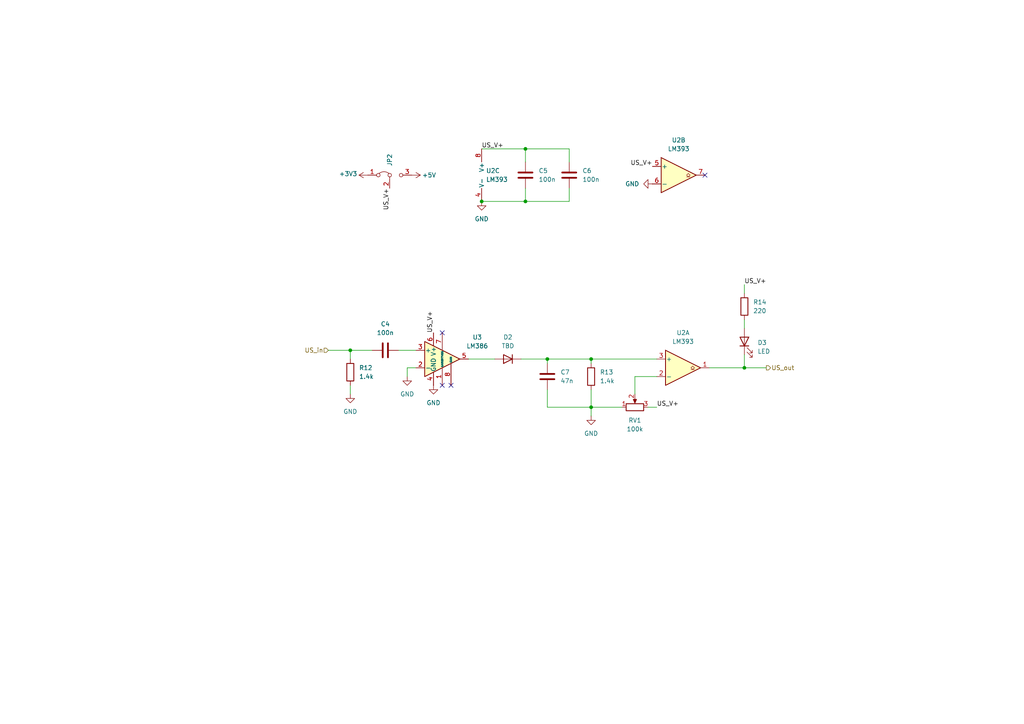
<source format=kicad_sch>
(kicad_sch (version 20231120) (generator "eeschema") (generator_version "8.0")
  (paper "A4")
  (title_block (date "2024-05-30") (company "Group 27"))
  (lib_symbols
    (symbol "Amplifier_Audio:LM386" (pin_names (offset 0.127))
      (property "Reference" "U" (at 1.27 7.62 0))
      (property "Value" "LM386" (at 1.27 5.08 0))
      (symbol "LM386_0_1"
        (polyline (pts (xy 5.08 0) (xy -5.08 5.08) (xy -5.08 -5.08) (xy 5.08 0)) (stroke (width 0.254)) (fill (type background)))
      )
      (symbol "LM386_1_1"
        (pin input line (at 0 -7.62 90) (length 5.08) (name "GAIN") (number "1"))
        (pin input line (at -7.62 -2.54 0) (length 2.54) (name "-") (number "2"))
        (pin input line (at -7.62 2.54 0) (length 2.54) (name "+") (number "3"))
        (pin power_in line (at -2.54 -7.62 90) (length 3.81) (name "GND") (number "4"))
        (pin output line (at 7.62 0 180) (length 2.54) (name "~") (number "5"))
        (pin power_in line (at -2.54 7.62 270) (length 3.81) (name "V+") (number "6"))
        (pin input line (at 0 7.62 270) (length 5.08) (name "BYPASS") (number "7"))
        (pin input line (at 2.54 -7.62 90) (length 6.35) (name "GAIN") (number "8"))
      )
    )
    (symbol "Comparator:LM393" (pin_names (offset 0.127))
      (property "Reference" "U" (at 3.81 3.81 0))
      (property "Value" "LM393" (at 6.35 -3.81 0))
      (symbol "LM393_1_1"
        (polyline (pts (xy -5.08 5.08) (xy 5.08 0) (xy -5.08 -5.08) (xy -5.08 5.08)) (stroke (width 0.254)) (fill (type background)))
        (polyline (pts (xy 3.302 -0.508) (xy 2.794 -0.508) (xy 3.302 0) (xy 2.794 0.508) (xy 2.286 0) (xy 2.794 -0.508) (xy 2.286 -0.508)) (stroke (width 0.127)))
        (pin open_collector line (at 7.62 0 180) (length 2.54) (name "~") (number "1"))
        (pin input line (at -7.62 -2.54 0) (length 2.54) (name "-") (number "2"))
        (pin input line (at -7.62 2.54 0) (length 2.54) (name "+") (number "3"))
      )
      (symbol "LM393_2_1"
        (polyline (pts (xy -5.08 5.08) (xy 5.08 0) (xy -5.08 -5.08) (xy -5.08 5.08)) (stroke (width 0.254)) (fill (type background)))
        (polyline (pts (xy 3.302 -0.508) (xy 2.794 -0.508) (xy 3.302 0) (xy 2.794 0.508) (xy 2.286 0) (xy 2.794 -0.508) (xy 2.286 -0.508)) (stroke (width 0.127)))
        (pin input line (at -7.62 2.54 0) (length 2.54) (name "+") (number "5"))
        (pin input line (at -7.62 -2.54 0) (length 2.54) (name "-") (number "6"))
        (pin open_collector line (at 7.62 0 180) (length 2.54) (name "~") (number "7"))
      )
      (symbol "LM393_3_1"
        (pin power_in line (at -2.54 -7.62 90) (length 3.81) (name "V-") (number "4"))
        (pin power_in line (at -2.54 7.62 270) (length 3.81) (name "V+") (number "8"))
      )
    )
    (symbol "Device:C" (pin_numbers hide) (pin_names (offset 0.254))
      (property "Reference" "C" (at 0.635 2.54 0))
      (property "Value" "C" (at 0.635 -2.54 0))
      (symbol "C_0_1"
        (polyline (pts (xy -2.032 -0.762) (xy 2.032 -0.762)) (stroke (width 0.508)))
        (polyline (pts (xy -2.032 0.762) (xy 2.032 0.762)) (stroke (width 0.508)))
      )
      (symbol "C_1_1"
        (pin passive line (at 0 3.81 270) (length 2.794) (name "~") (number "1"))
        (pin passive line (at 0 -3.81 90) (length 2.794) (name "~") (number "2"))
      )
    )
    (symbol "Device:D" (pin_numbers hide) (pin_names (offset 1.016) hide)
      (property "Reference" "D" (at 0 2.54 0))
      (property "Value" "D" (at 0 -2.54 0))
      (symbol "D_0_1"
        (polyline (pts (xy -1.27 1.27) (xy -1.27 -1.27)) (stroke (width 0.254)))
        (polyline (pts (xy 1.27 0) (xy -1.27 0)))
        (polyline (pts (xy 1.27 1.27) (xy 1.27 -1.27) (xy -1.27 0) (xy 1.27 1.27)) (stroke (width 0.254)))
      )
      (symbol "D_1_1"
        (pin passive line (at -3.81 0 0) (length 2.54) (name "K") (number "1"))
        (pin passive line (at 3.81 0 180) (length 2.54) (name "A") (number "2"))
      )
    )
    (symbol "Device:LED" (pin_numbers hide) (pin_names (offset 1.016) hide)
      (property "Reference" "D" (at 0 2.54 0))
      (property "Value" "LED" (at 0 -2.54 0))
      (symbol "LED_0_1"
        (polyline (pts (xy -1.27 -1.27) (xy -1.27 1.27)) (stroke (width 0.254)))
        (polyline (pts (xy -1.27 0) (xy 1.27 0)))
        (polyline (pts (xy 1.27 -1.27) (xy 1.27 1.27) (xy -1.27 0) (xy 1.27 -1.27)) (stroke (width 0.254)))
        (polyline (pts (xy -3.048 -0.762) (xy -4.572 -2.286) (xy -3.81 -2.286) (xy -4.572 -2.286) (xy -4.572 -1.524)))
        (polyline (pts (xy -1.778 -0.762) (xy -3.302 -2.286) (xy -2.54 -2.286) (xy -3.302 -2.286) (xy -3.302 -1.524)))
      )
      (symbol "LED_1_1"
        (pin passive line (at -3.81 0 0) (length 2.54) (name "K") (number "1"))
        (pin passive line (at 3.81 0 180) (length 2.54) (name "A") (number "2"))
      )
    )
    (symbol "Device:R" (pin_numbers hide) (pin_names (offset 0))
      (property "Reference" "R" (at 2.032 0 90))
      (property "Value" "R" (at 0 0 90))
      (symbol "R_0_1"
        (rectangle (start -1.016 -2.54) (end 1.016 2.54) (stroke (width 0.254)))
      )
      (symbol "R_1_1"
        (pin passive line (at 0 3.81 270) (length 1.27) (name "~") (number "1"))
        (pin passive line (at 0 -3.81 90) (length 1.27) (name "~") (number "2"))
      )
    )
    (symbol "Device:R_Potentiometer" (pin_names (offset 1.016) hide)
      (property "Reference" "RV" (at -4.445 0 90))
      (property "Value" "R_Potentiometer" (at -2.54 0 90))
      (symbol "R_Potentiometer_0_1"
        (polyline (pts (xy 2.54 0) (xy 1.524 0)))
        (polyline (pts (xy 1.143 0) (xy 2.286 0.508) (xy 2.286 -0.508) (xy 1.143 0)) (fill (type outline)))
        (rectangle (start 1.016 2.54) (end -1.016 -2.54) (stroke (width 0.254)))
      )
      (symbol "R_Potentiometer_1_1"
        (pin passive line (at 0 3.81 270) (length 1.27) (name "1") (number "1"))
        (pin passive line (at 3.81 0 180) (length 1.27) (name "2") (number "2"))
        (pin passive line (at 0 -3.81 90) (length 1.27) (name "3") (number "3"))
      )
    )
    (symbol "Jumper:Jumper_3_Bridged12" (pin_names (offset 0) hide) (exclude_from_sim yes) (in_bom no)
      (property "Reference" "JP" (at -2.54 -2.54 0))
      (property "Value" "Jumper_3_Bridged12" (at 0 2.794 0))
      (symbol "Jumper_3_Bridged12_0_0"
        (circle (center -3.302 0) (radius 0.508))
        (circle (center 0 0) (radius 0.508))
        (circle (center 3.302 0) (radius 0.508))
      )
      (symbol "Jumper_3_Bridged12_0_1"
        (arc (start -0.254 0.508) (mid -1.651 0.9912) (end -3.048 0.508))
        (polyline (pts (xy 0 -1.27) (xy 0 -0.508)))
      )
      (symbol "Jumper_3_Bridged12_1_1"
        (pin passive line (at -6.35 0 0) (length 2.54) (name "A") (number "1"))
        (pin passive line (at 0 -3.81 90) (length 2.54) (name "C") (number "2"))
        (pin passive line (at 6.35 0 180) (length 2.54) (name "B") (number "3"))
      )
    )
    (symbol "power:+3V3" (power) (pin_names (offset 0))
      (property "Value" "+3V3" (at 0 3.556 0))
      (symbol "+3V3_0_1"
        (polyline (pts (xy -0.762 1.27) (xy 0 2.54)))
        (polyline (pts (xy 0 0) (xy 0 2.54)))
        (polyline (pts (xy 0 2.54) (xy 0.762 1.27)))
      )
      (symbol "+3V3_1_1"
        (pin power_in line (at 0 0 90) (length 0) hide (name "+3V3") (number "1"))
      )
    )
    (symbol "power:+5V" (power) (pin_names (offset 0))
      (property "Value" "+5V" (at 0 3.556 0))
      (symbol "+5V_0_1"
        (polyline (pts (xy -0.762 1.27) (xy 0 2.54)))
        (polyline (pts (xy 0 0) (xy 0 2.54)))
        (polyline (pts (xy 0 2.54) (xy 0.762 1.27)))
      )
      (symbol "+5V_1_1"
        (pin power_in line (at 0 0 90) (length 0) hide (name "+5V") (number "1"))
      )
    )
    (symbol "power:GND" (power) (pin_numbers hide) (pin_names (offset 0) hide)
      (property "Value" "GND" (at 0 -3.81 0))
      (symbol "GND_0_1"
        (polyline (pts (xy 0 0) (xy 0 -1.27) (xy 1.27 -1.27) (xy 0 -2.54) (xy -1.27 -1.27) (xy 0 -1.27)))
      )
      (symbol "GND_1_1"
        (pin power_in line (at 0 0 270) (length 0) (name "~") (number "1"))
      )
    )
  )
  (junction (at 152.4 43.18))
  (junction (at 158.75 104.14))
  (junction (at 139.7 58.42))
  (junction (at 171.45 104.14))
  (junction (at 152.4 58.42))
  (junction (at 101.6 101.6))
  (junction (at 215.9 106.68))
  (junction (at 171.45 118.11))
  (no_connect (at 128.27 96.52))
  (no_connect (at 204.47 50.8))
  (no_connect (at 128.27 111.76))
  (no_connect (at 130.81 111.76))
  (wire (pts (xy 205.74 106.68) (xy 215.9 106.68)))
  (wire (pts (xy 118.11 109.22) (xy 118.11 106.68)))
  (wire (pts (xy 171.45 104.14) (xy 190.5 104.14)))
  (wire (pts (xy 187.96 118.11) (xy 190.5 118.11)))
  (wire (pts (xy 152.4 43.18) (xy 152.4 46.99)))
  (wire (pts (xy 95.25 101.6) (xy 101.6 101.6)))
  (wire (pts (xy 165.1 43.18) (xy 165.1 46.99)))
  (wire (pts (xy 135.89 104.14) (xy 143.51 104.14)))
  (wire (pts (xy 158.75 118.11) (xy 171.45 118.11)))
  (wire (pts (xy 215.9 102.87) (xy 215.9 106.68)))
  (wire (pts (xy 215.9 82.55) (xy 215.9 85.09)))
  (wire (pts (xy 115.57 101.6) (xy 120.65 101.6)))
  (wire (pts (xy 118.11 106.68) (xy 120.65 106.68)))
  (wire (pts (xy 101.6 111.76) (xy 101.6 114.3)))
  (wire (pts (xy 158.75 104.14) (xy 158.75 105.41)))
  (wire (pts (xy 152.4 54.61) (xy 152.4 58.42)))
  (wire (pts (xy 139.7 43.18) (xy 152.4 43.18)))
  (wire (pts (xy 184.15 109.22) (xy 190.5 109.22)))
  (wire (pts (xy 165.1 58.42) (xy 165.1 54.61)))
  (wire (pts (xy 215.9 106.68) (xy 222.25 106.68)))
  (wire (pts (xy 171.45 118.11) (xy 171.45 120.65)))
  (wire (pts (xy 152.4 58.42) (xy 165.1 58.42)))
  (wire (pts (xy 171.45 113.03) (xy 171.45 118.11)))
  (wire (pts (xy 152.4 43.18) (xy 165.1 43.18)))
  (wire (pts (xy 151.13 104.14) (xy 158.75 104.14)))
  (wire (pts (xy 152.4 58.42) (xy 139.7 58.42)))
  (wire (pts (xy 184.15 114.3) (xy 184.15 109.22)))
  (wire (pts (xy 215.9 92.71) (xy 215.9 95.25)))
  (wire (pts (xy 107.95 101.6) (xy 101.6 101.6)))
  (wire (pts (xy 158.75 104.14) (xy 171.45 104.14)))
  (wire (pts (xy 171.45 118.11) (xy 180.34 118.11)))
  (wire (pts (xy 171.45 104.14) (xy 171.45 105.41)))
  (wire (pts (xy 158.75 113.03) (xy 158.75 118.11)))
  (wire (pts (xy 101.6 101.6) (xy 101.6 104.14)))
  (label "US_V+" (at 215.9 82.55 0))
  (label "US_V+" (at 139.7 43.18 0))
  (label "US_V+" (at 190.5 118.11 0))
  (label "US_V+" (at 113.03 54.61 270))
  (label "US_V+" (at 125.73 96.52 90))
  (label "US_V+" (at 189.23 48.26 180))
  (hierarchical_label "US_out" (shape output) (at 222.25 106.68 0))
  (hierarchical_label "US_in" (shape input) (at 95.25 101.6 180))
  (symbol (lib_id "power:GND") (at 171.45 120.65 0) (unit 1)
    (property "Reference" "#PWR020" (effects (hide yes)))
    (property "Value" "GND" (at 171.45 125.73 0))
    (property "Description" "Power symbol creates a global label with name \"GND\" , ground" (effects (hide yes)))
  )
  (symbol (lib_id "Device:R") (at 215.9 88.9 0) (unit 1)
    (property "Reference" "R14" (at 218.44 87.6299 0) (effects (justify left)))
    (property "Value" "220" (at 218.44 90.1699 0) (effects (justify left)))
    (property "Footprint" "Resistor_SMD:R_0805_2012Metric" (effects (hide yes)))
    (property "Description" "Resistor" (effects (hide yes)))
  )
  (symbol (lib_id "Device:C") (at 158.75 109.22 180) (unit 1)
    (property "Reference" "C7" (at 162.56 107.9499 0) (effects (justify right)))
    (property "Value" "47n" (at 162.56 110.4899 0) (effects (justify right)))
    (property "Footprint" "Capacitor_SMD:C_0805_2012Metric" (effects (hide yes)))
    (property "Description" "Unpolarized capacitor" (effects (hide yes)))
  )
  (symbol (lib_id "Comparator:LM393") (at 142.24 50.8 0) (unit 3)
    (property "Reference" "U2" (at 140.97 49.5299 0) (effects (justify left)))
    (property "Value" "LM393" (at 140.97 52.0699 0) (effects (justify left)))
    (property "Footprint" "Package_SO:SOIC-8_3.9x4.9mm_P1.27mm" (effects (hide yes)))
    (property "Datasheet" "http://www.ti.com/lit/ds/symlink/lm393.pdf" (effects (hide yes)))
    (property "Description" "Low-Power, Low-Offset Voltage, Dual Comparators, DIP-8/SOIC-8/TO-99-8" (effects (hide yes)))
  )
  (symbol (lib_id "Jumper:Jumper_3_Bridged12") (at 113.03 50.8 0) (unit 1) (exclude_from_sim yes) (in_bom no)
    (property "Reference" "JP2" (at 113.0301 48.26 90) (effects (justify left)))
    (property "Value" "Jumper_3_Bridged12" (effects (hide yes)))
    (property "Footprint" "Jumper:SolderJumper-3_P1.3mm_Bridged12_RoundedPad1.0x1.5mm" (effects (hide yes)))
    (property "Description" "Jumper, 3-pole, pins 1+2 closed/bridged" (effects (hide yes)))
  )
  (symbol (lib_id "Device:D") (at 147.32 104.14 180) (unit 1)
    (property "Reference" "D2" (at 147.32 97.79 0))
    (property "Value" "TBD" (at 147.32 100.33 0))
    (property "Footprint" "TBD" (effects (hide yes)))
    (property "Description" "Diode" (effects (hide yes)))
    (property "Sim.Device" "D" (effects (hide yes)))
    (property "Sim.Pins" "1=K 2=A" (effects (hide yes)))
  )
  (symbol (lib_id "power:+3V3") (at 106.68 50.8 90) (unit 1)
    (property "Reference" "#PWR017" (effects (hide yes)))
    (property "Value" "+3V3" (at 103.632 50.419 90) (effects (justify left)))
  )
  (symbol (lib_id "power:GND") (at 139.7 58.42 0) (unit 1)
    (property "Reference" "#PWR019" (effects (hide yes)))
    (property "Value" "GND" (at 139.7 63.5 0))
    (property "Description" "Power symbol creates a global label with name \"GND\" , ground" (effects (hide yes)))
  )
  (symbol (lib_id "power:GND") (at 118.11 109.22 0) (unit 1)
    (property "Reference" "#PWR012" (effects (hide yes)))
    (property "Value" "GND" (at 118.11 114.3 0))
    (property "Description" "Power symbol creates a global label with name \"GND\" , ground" (effects (hide yes)))
  )
  (symbol (lib_id "power:GND") (at 189.23 53.34 270) (unit 1)
    (property "Reference" "#PWR021" (effects (hide yes)))
    (property "Value" "GND" (at 185.42 53.3399 90) (effects (justify right)))
    (property "Description" "Power symbol creates a global label with name \"GND\" , ground" (effects (hide yes)))
  )
  (symbol (lib_id "Comparator:LM393") (at 196.85 50.8 0) (unit 2)
    (property "Reference" "U2" (at 196.85 40.64 0))
    (property "Value" "LM393" (at 196.85 43.18 0))
    (property "Footprint" "Package_SO:SOIC-8_3.9x4.9mm_P1.27mm" (effects (hide yes)))
    (property "Datasheet" "http://www.ti.com/lit/ds/symlink/lm393.pdf" (effects (hide yes)))
    (property "Description" "Low-Power, Low-Offset Voltage, Dual Comparators, DIP-8/SOIC-8/TO-99-8" (effects (hide yes)))
  )
  (symbol (lib_id "Device:LED") (at 215.9 99.06 90) (unit 1)
    (property "Reference" "D3" (at 219.71 99.3774 90) (effects (justify right)))
    (property "Value" "LED" (at 219.71 101.9174 90) (effects (justify right)))
    (property "Footprint" "LED_SMD:LED_0805_2012Metric" (effects (hide yes)))
    (property "Description" "Light emitting diode" (effects (hide yes)))
  )
  (symbol (lib_id "Device:R") (at 171.45 109.22 0) (unit 1)
    (property "Reference" "R13" (at 173.99 107.9499 0) (effects (justify left)))
    (property "Value" "1.4k" (at 173.99 110.4899 0) (effects (justify left)))
    (property "Footprint" "Resistor_SMD:R_0805_2012Metric" (effects (hide yes)))
    (property "Description" "Resistor" (effects (hide yes)))
  )
  (symbol (lib_id "Comparator:LM393") (at 198.12 106.68 0) (unit 1)
    (property "Reference" "U2" (at 198.12 96.52 0))
    (property "Value" "LM393" (at 198.12 99.06 0))
    (property "Footprint" "Package_SO:SOIC-8_3.9x4.9mm_P1.27mm" (effects (hide yes)))
    (property "Datasheet" "http://www.ti.com/lit/ds/symlink/lm393.pdf" (effects (hide yes)))
    (property "Description" "Low-Power, Low-Offset Voltage, Dual Comparators, DIP-8/SOIC-8/TO-99-8" (effects (hide yes)))
  )
  (symbol (lib_id "Amplifier_Audio:LM386") (at 128.27 104.14 0) (unit 1)
    (property "Reference" "U3" (at 138.43 97.8214 0))
    (property "Value" "LM386" (at 138.43 100.3614 0))
    (property "Footprint" "Package_SO:SOIC-8_3.9x4.9mm_P1.27mm" (effects (hide yes)))
    (property "Datasheet" "http://www.ti.com/lit/ds/symlink/lm386.pdf" (effects (hide yes)))
    (property "Description" "Low Voltage Audio Power Amplifier, DIP-8/SOIC-8/SSOP-8" (effects (hide yes)))
  )
  (symbol (lib_id "Device:C") (at 152.4 50.8 180) (unit 1)
    (property "Reference" "C5" (at 156.21 49.5299 0) (effects (justify right)))
    (property "Value" "100n" (at 156.21 52.0699 0) (effects (justify right)))
    (property "Footprint" "Capacitor_SMD:C_0805_2012Metric" (effects (hide yes)))
    (property "Description" "Unpolarized capacitor" (effects (hide yes)))
  )
  (symbol (lib_id "Device:C") (at 165.1 50.8 180) (unit 1)
    (property "Reference" "C6" (at 168.91 49.5299 0) (effects (justify right)))
    (property "Value" "100n" (at 168.91 52.0699 0) (effects (justify right)))
    (property "Footprint" "Capacitor_SMD:C_0805_2012Metric" (effects (hide yes)))
    (property "Description" "Unpolarized capacitor" (effects (hide yes)))
  )
  (symbol (lib_id "power:+5V") (at 119.38 50.8 270) (unit 1)
    (property "Reference" "#PWR018" (effects (hide yes)))
    (property "Value" "+5V" (at 124.46 50.8 90))
    (property "Description" "Power symbol creates a global label with name \"+5V\"" (effects (hide yes)))
  )
  (symbol (lib_id "power:GND") (at 125.73 111.76 0) (unit 1)
    (property "Reference" "#PWR022" (effects (hide yes)))
    (property "Value" "GND" (at 125.73 116.84 0))
    (property "Description" "Power symbol creates a global label with name \"GND\" , ground" (effects (hide yes)))
  )
  (symbol (lib_id "Device:C") (at 111.76 101.6 90) (unit 1)
    (property "Reference" "C4" (at 111.76 93.98 90))
    (property "Value" "100n" (at 111.76 96.52 90))
    (property "Footprint" "Capacitor_SMD:C_0805_2012Metric" (effects (hide yes)))
    (property "Description" "Unpolarized capacitor" (effects (hide yes)))
  )
  (symbol (lib_id "power:GND") (at 101.6 114.3 0) (unit 1)
    (property "Reference" "#PWR016" (effects (hide yes)))
    (property "Value" "GND" (at 101.6 119.38 0))
    (property "Description" "Power symbol creates a global label with name \"GND\" , ground" (effects (hide yes)))
  )
  (symbol (lib_id "Device:R_Potentiometer") (at 184.15 118.11 90) (unit 1)
    (property "Reference" "RV1" (at 184.15 121.92 90))
    (property "Value" "100k" (at 184.15 124.46 90))
    (property "Footprint" "Potentiometer_THT:Potentiometer_Vishay_T93YA_Vertical" (effects (hide yes)))
    (property "Description" "Potentiometer" (effects (hide yes)))
  )
  (symbol (lib_id "Device:R") (at 101.6 107.95 0) (unit 1)
    (property "Reference" "R12" (at 104.14 106.6799 0) (effects (justify left)))
    (property "Value" "1.4k" (at 104.14 109.2199 0) (effects (justify left)))
    (property "Footprint" "Resistor_SMD:R_0805_2012Metric" (effects (hide yes)))
    (property "Description" "Resistor" (effects (hide yes)))
  )
)
</source>
